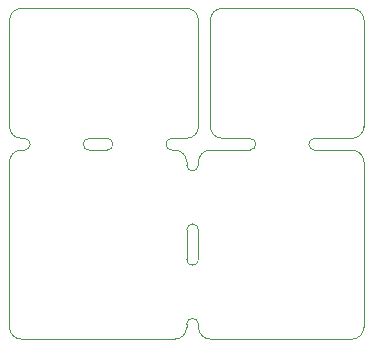
<source format=gbr>
%TF.GenerationSoftware,KiCad,Pcbnew,(6.0.0)*%
%TF.CreationDate,2022-04-27T09:06:16-05:00*%
%TF.ProjectId,adapters,61646170-7465-4727-932e-6b696361645f,rev?*%
%TF.SameCoordinates,Original*%
%TF.FileFunction,Profile,NP*%
%FSLAX46Y46*%
G04 Gerber Fmt 4.6, Leading zero omitted, Abs format (unit mm)*
G04 Created by KiCad (PCBNEW (6.0.0)) date 2022-04-27 09:06:16*
%MOMM*%
%LPD*%
G01*
G04 APERTURE LIST*
%TA.AperFunction,Profile*%
%ADD10C,0.100000*%
%TD*%
%TA.AperFunction,Profile*%
%ADD11C,0.050000*%
%TD*%
G04 APERTURE END LIST*
D10*
X34345000Y-24000000D02*
X31000000Y-24000000D01*
X39845000Y-24000000D02*
X43000000Y-24000000D01*
X32000000Y-12000000D02*
X43000000Y-12000000D01*
X34345000Y-23000000D02*
X32000000Y-23000000D01*
X43000000Y-23000000D02*
X39845000Y-23000000D01*
X44000000Y-13000000D02*
X44000000Y-22000000D01*
X44000000Y-13000000D02*
G75*
G03*
X43000000Y-12000000I-1000000J0D01*
G01*
X43000000Y-23000000D02*
G75*
G03*
X44000000Y-22000000I0J1000000D01*
G01*
X32000000Y-12000000D02*
G75*
G03*
X31000000Y-13000000I0J-1000000D01*
G01*
X31000000Y-22000000D02*
X31000000Y-13000000D01*
X31000000Y-22000000D02*
G75*
G03*
X32000000Y-23000000I1000000J0D01*
G01*
X14000000Y-22000000D02*
X14000000Y-13000000D01*
X14000000Y-39000000D02*
X14000000Y-25000000D01*
X20750000Y-23000000D02*
X22250000Y-23000000D01*
X28000000Y-40000000D02*
G75*
G03*
X29000000Y-39000000I1J999999D01*
G01*
X15250000Y-24000000D02*
X15000000Y-24000000D01*
X29000000Y-25000000D02*
X29000000Y-25250000D01*
X14000000Y-22000000D02*
G75*
G03*
X15000000Y-23000000I999999J-1D01*
G01*
X28000000Y-40000000D02*
X15000000Y-40000000D01*
X29000000Y-30750000D02*
X29000000Y-33250000D01*
X30000000Y-33250000D02*
X30000000Y-30750000D01*
X44000000Y-25000000D02*
X44000000Y-39000000D01*
X30000000Y-39000000D02*
G75*
G03*
X31000000Y-40000000I999999J-1D01*
G01*
X44000000Y-25000000D02*
G75*
G03*
X43000000Y-24000000I-999999J1D01*
G01*
X14000000Y-39000000D02*
G75*
G03*
X15000000Y-40000000I999999J-1D01*
G01*
X15000000Y-24000000D02*
G75*
G03*
X14000000Y-25000000I-1J-999999D01*
G01*
X29000000Y-23000000D02*
G75*
G03*
X30000000Y-22000000I1J999999D01*
G01*
X29000000Y-39000000D02*
X29000000Y-38750000D01*
X31000000Y-40000000D02*
X43000000Y-40000000D01*
X22250000Y-24000000D02*
X20750000Y-24000000D01*
X29000000Y-12000000D02*
X15000000Y-12000000D01*
X30000000Y-13000000D02*
G75*
G03*
X29000000Y-12000000I-999999J1D01*
G01*
X43000000Y-40000000D02*
G75*
G03*
X44000000Y-39000000I1J999999D01*
G01*
X27750000Y-24000000D02*
X28000000Y-24000000D01*
X31000000Y-24000000D02*
G75*
G03*
X30000000Y-25000000I-1J-999999D01*
G01*
X30000000Y-25250000D02*
X30000000Y-25000000D01*
X30000000Y-38750000D02*
X30000000Y-39000000D01*
X30000000Y-22000000D02*
X30000000Y-13000000D01*
X29000000Y-25000000D02*
G75*
G03*
X28000000Y-24000000I-999999J1D01*
G01*
X15250000Y-23000000D02*
X15000000Y-23000000D01*
X29000000Y-23000000D02*
X27750000Y-23000000D01*
X15000000Y-12000000D02*
G75*
G03*
X14000000Y-13000000I-1J-999999D01*
G01*
D11*
%TO.C,REF\u002A\u002A*%
X39845000Y-23000000D02*
G75*
G03*
X39845000Y-24000000I0J-500000D01*
G01*
X34345000Y-24000000D02*
G75*
G03*
X34345000Y-23000000I0J500000D01*
G01*
X27750000Y-23000000D02*
G75*
G03*
X27750000Y-24000000I0J-500000D01*
G01*
X22250000Y-24000000D02*
G75*
G03*
X22250000Y-23000000I0J500000D01*
G01*
X29000000Y-25250000D02*
G75*
G03*
X30000000Y-25250000I500000J0D01*
G01*
X30000000Y-30750000D02*
G75*
G03*
X29000000Y-30750000I-500000J0D01*
G01*
X29000000Y-33250000D02*
G75*
G03*
X30000000Y-33250000I500000J0D01*
G01*
X30000000Y-38750000D02*
G75*
G03*
X29000000Y-38750000I-500000J0D01*
G01*
X20750000Y-23000000D02*
G75*
G03*
X20750000Y-24000000I0J-500000D01*
G01*
X15250000Y-24000000D02*
G75*
G03*
X15250000Y-23000000I0J500000D01*
G01*
%TD*%
M02*

</source>
